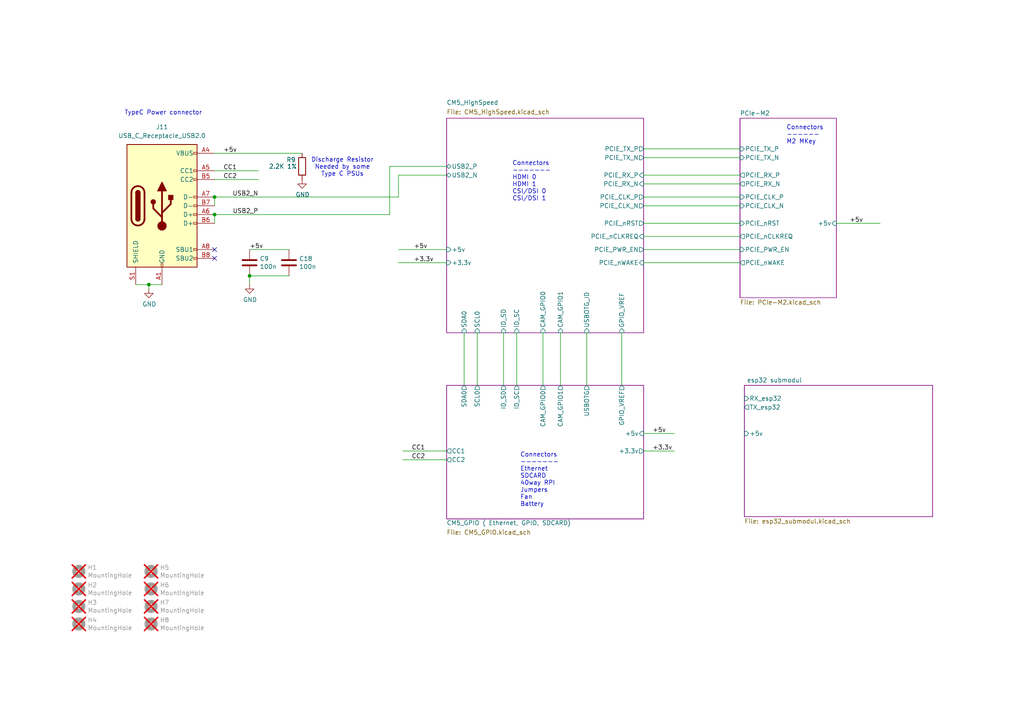
<source format=kicad_sch>
(kicad_sch (version 20250114) (generator "eeschema") (generator_version "9.0")
  (paper "A4")
  (title_block (title "Compute Module 5 IO Board - Top Level") (rev "1") (company "Copyright © 2024 Raspberry Pi Ltd.") (comment 1 "www.raspberrypi.com"))
  (lib_symbols
    (symbol "Connector:USB_C_Receptacle_USB2.0_16P" (pin_names (offset 1.016))
      (property "Reference" "J" (at 0 22.225 0))
      (property "Value" "USB_C_Receptacle_USB2.0_16P" (at 0 19.685 0))
      (symbol "USB_C_Receptacle_USB2.0_16P_0_0"
        (rectangle (start -0.254 -17.78) (end 0.254 -16.764))
        (rectangle (start 10.16 15.494) (end 9.144 14.986))
        (rectangle (start 10.16 10.414) (end 9.144 9.906))
        (rectangle (start 10.16 7.874) (end 9.144 7.366))
        (rectangle (start 10.16 2.794) (end 9.144 2.286))
        (rectangle (start 10.16 0.254) (end 9.144 -0.254))
        (rectangle (start 10.16 -2.286) (end 9.144 -2.794))
        (rectangle (start 10.16 -4.826) (end 9.144 -5.334))
        (rectangle (start 10.16 -12.446) (end 9.144 -12.954))
        (rectangle (start 10.16 -14.986) (end 9.144 -15.494))
      )
      (symbol "USB_C_Receptacle_USB2.0_16P_0_1"
        (rectangle (start -10.16 17.78) (end 10.16 -17.78) (stroke (width 0.254)) (fill (type background)))
        (polyline (pts (xy -8.89 -3.81) (xy -8.89 3.81)) (stroke (width 0.508)))
        (rectangle (start -7.62 -3.81) (end -6.35 3.81) (stroke (width 0.254)) (fill (type outline)))
        (arc (start -7.62 3.81) (mid -6.985 4.4423) (end -6.35 3.81) (stroke (width 0.254)))
        (arc (start -7.62 3.81) (mid -6.985 4.4423) (end -6.35 3.81) (stroke (width 0.254)) (fill (type outline)))
        (arc (start -8.89 3.81) (mid -6.985 5.7067) (end -5.08 3.81) (stroke (width 0.508)))
        (arc (start -5.08 -3.81) (mid -6.985 -5.7067) (end -8.89 -3.81) (stroke (width 0.508)))
        (arc (start -6.35 -3.81) (mid -6.985 -4.4423) (end -7.62 -3.81) (stroke (width 0.254)))
        (arc (start -6.35 -3.81) (mid -6.985 -4.4423) (end -7.62 -3.81) (stroke (width 0.254)) (fill (type outline)))
        (polyline (pts (xy -5.08 3.81) (xy -5.08 -3.81)) (stroke (width 0.508)))
        (circle (center -2.54 1.143) (radius 0.635) (stroke (width 0.254)) (fill (type outline)))
        (polyline (pts (xy -1.27 4.318) (xy 0 6.858) (xy 1.27 4.318) (xy -1.27 4.318)) (stroke (width 0.254)) (fill (type outline)))
        (polyline (pts (xy 0 -2.032) (xy 2.54 0.508) (xy 2.54 1.778)) (stroke (width 0.508)))
        (polyline (pts (xy 0 -3.302) (xy -2.54 -0.762) (xy -2.54 0.508)) (stroke (width 0.508)))
        (polyline (pts (xy 0 -5.842) (xy 0 4.318)) (stroke (width 0.508)))
        (circle (center 0 -5.842) (radius 1.27) (fill (type outline)))
        (rectangle (start 1.905 1.778) (end 3.175 3.048) (stroke (width 0.254)) (fill (type outline)))
      )
      (symbol "USB_C_Receptacle_USB2.0_16P_1_1"
        (pin passive line (at -7.62 -22.86 90) (length 5.08) (name "SHIELD") (number "S1"))
        (pin passive line (at 0 -22.86 90) (length 5.08) (name "GND") (number "A1"))
        (pin passive line (at 0 -22.86 90) (length 5.08) (hide yes) (name "GND") (number "A12"))
        (pin passive line (at 0 -22.86 90) (length 5.08) (hide yes) (name "GND") (number "B1"))
        (pin passive line (at 0 -22.86 90) (length 5.08) (hide yes) (name "GND") (number "B12"))
        (pin passive line (at 15.24 15.24 180) (length 5.08) (name "VBUS") (number "A4"))
        (pin passive line (at 15.24 15.24 180) (length 5.08) (hide yes) (name "VBUS") (number "A9"))
        (pin passive line (at 15.24 15.24 180) (length 5.08) (hide yes) (name "VBUS") (number "B4"))
        (pin passive line (at 15.24 15.24 180) (length 5.08) (hide yes) (name "VBUS") (number "B9"))
        (pin bidirectional line (at 15.24 10.16 180) (length 5.08) (name "CC1") (number "A5"))
        (pin bidirectional line (at 15.24 7.62 180) (length 5.08) (name "CC2") (number "B5"))
        (pin bidirectional line (at 15.24 2.54 180) (length 5.08) (name "D-") (number "A7"))
        (pin bidirectional line (at 15.24 0 180) (length 5.08) (name "D-") (number "B7"))
        (pin bidirectional line (at 15.24 -2.54 180) (length 5.08) (name "D+") (number "A6"))
        (pin bidirectional line (at 15.24 -5.08 180) (length 5.08) (name "D+") (number "B6"))
        (pin bidirectional line (at 15.24 -12.7 180) (length 5.08) (name "SBU1") (number "A8"))
        (pin bidirectional line (at 15.24 -15.24 180) (length 5.08) (name "SBU2") (number "B8"))
      )
    )
    (symbol "Device:C" (pin_numbers (hide yes)) (pin_names (offset 0.254))
      (property "Reference" "C" (at 0.635 2.54 0))
      (property "Value" "C" (at 0.635 -2.54 0))
      (symbol "C_0_1"
        (polyline (pts (xy -2.032 0.762) (xy 2.032 0.762)) (stroke (width 0.508)))
        (polyline (pts (xy -2.032 -0.762) (xy 2.032 -0.762)) (stroke (width 0.508)))
      )
      (symbol "C_1_1"
        (pin passive line (at 0 3.81 270) (length 2.794) (name "~") (number "1"))
        (pin passive line (at 0 -3.81 90) (length 2.794) (name "~") (number "2"))
      )
    )
    (symbol "Device:R" (pin_numbers (hide yes)) (pin_names (offset 0))
      (property "Reference" "R" (at 2.032 0 90))
      (property "Value" "R" (at 0 0 90))
      (symbol "R_0_1"
        (rectangle (start -1.016 -2.54) (end 1.016 2.54) (stroke (width 0.254)))
      )
      (symbol "R_1_1"
        (pin passive line (at 0 3.81 270) (length 1.27) (name "~") (number "1"))
        (pin passive line (at 0 -3.81 90) (length 1.27) (name "~") (number "2"))
      )
    )
    (symbol "Mechanical:MountingHole" (pin_names (offset 1.016))
      (property "Reference" "H" (at 0 5.08 0))
      (property "Value" "MountingHole" (at 0 3.175 0))
      (symbol "MountingHole_0_1"
        (circle (center 0 0) (radius 1.27) (stroke (width 1.27)))
      )
    )
    (symbol "power:GND" (power) (pin_numbers (hide yes)) (pin_names (offset 0) (hide yes))
      (property "Value" "GND" (at 0 -3.81 0))
      (symbol "GND_0_1"
        (polyline (pts (xy 0 0) (xy 0 -1.27) (xy 1.27 -1.27) (xy 0 -2.54) (xy -1.27 -1.27) (xy 0 -1.27)))
      )
      (symbol "GND_1_1"
        (pin power_in line (at 0 0 270) (length 0) (name "~") (number "1"))
      )
    )
  )
  (text "Connectors\n-------\nEthernet\nSDCARD\n40way RPI\nJumpers\nFan\nBattery" (at 150.876 147.066 0) (effects (font (size 1.27 1.27)) (justify left bottom)))
  (text "Connectors\n------\nM2 MKey" (at 228.092 41.91 0) (effects (font (size 1.27 1.27)) (justify left bottom)))
  (text "Discharge Resistor\nNeeded by some\nType C PSUs" (at 99.314 48.514 0) (effects (font (size 1.27 1.27))))
  (text "TypeC Power connector" (at 36.068 33.528 0) (effects (font (size 1.27 1.27)) (justify left bottom)))
  (text "Connectors\n-------\nHDMI 0\nHDMI 1\nCSI/DSI 0\nCSI/DSI 1" (at 148.59 58.42 0) (effects (font (size 1.27 1.27)) (justify left bottom)))
  (junction (at 43.18 82.55))
  (junction (at 72.39 80.01))
  (junction (at 62.23 62.23))
  (junction (at 62.23 57.15))
  (no_connect (at 62.23 74.93))
  (no_connect (at 62.23 72.39))
  (wire (pts (xy 115.57 76.2) (xy 129.54 76.2)))
  (wire (pts (xy 186.69 130.81) (xy 195.58 130.81)))
  (wire (pts (xy 180.34 96.52) (xy 180.34 111.76)))
  (wire (pts (xy 113.03 48.26) (xy 129.54 48.26)))
  (wire (pts (xy 186.69 53.34) (xy 214.63 53.34)))
  (wire (pts (xy 62.23 52.07) (xy 74.93 52.07)))
  (wire (pts (xy 186.69 68.58) (xy 214.63 68.58)))
  (wire (pts (xy 115.57 57.15) (xy 115.57 50.8)))
  (wire (pts (xy 43.18 83.82) (xy 43.18 82.55)))
  (wire (pts (xy 134.62 96.52) (xy 134.62 111.76)))
  (wire (pts (xy 186.69 43.18) (xy 214.63 43.18)))
  (wire (pts (xy 72.39 80.01) (xy 83.82 80.01)))
  (wire (pts (xy 62.23 62.23) (xy 113.03 62.23)))
  (wire (pts (xy 149.86 96.52) (xy 149.86 111.76)))
  (wire (pts (xy 138.43 96.52) (xy 138.43 111.76)))
  (wire (pts (xy 116.84 133.35) (xy 129.54 133.35)))
  (wire (pts (xy 186.69 57.15) (xy 214.63 57.15)))
  (wire (pts (xy 157.48 96.52) (xy 157.48 111.76)))
  (wire (pts (xy 113.03 48.26) (xy 113.03 62.23)))
  (wire (pts (xy 162.56 96.52) (xy 162.56 111.76)))
  (wire (pts (xy 186.69 50.8) (xy 214.63 50.8)))
  (wire (pts (xy 72.39 80.01) (xy 72.39 82.55)))
  (wire (pts (xy 170.18 96.52) (xy 170.18 111.76)))
  (wire (pts (xy 186.69 64.77) (xy 214.63 64.77)))
  (wire (pts (xy 62.23 44.45) (xy 87.63 44.45)))
  (wire (pts (xy 62.23 62.23) (xy 62.23 64.77)))
  (wire (pts (xy 72.39 72.39) (xy 83.82 72.39)))
  (wire (pts (xy 242.57 64.77) (xy 255.27 64.77)))
  (wire (pts (xy 186.69 72.39) (xy 214.63 72.39)))
  (wire (pts (xy 43.18 82.55) (xy 46.99 82.55)))
  (wire (pts (xy 186.69 59.69) (xy 214.63 59.69)))
  (wire (pts (xy 39.37 82.55) (xy 43.18 82.55)))
  (wire (pts (xy 62.23 49.53) (xy 74.93 49.53)))
  (wire (pts (xy 146.05 96.52) (xy 146.05 111.76)))
  (wire (pts (xy 186.69 125.73) (xy 195.58 125.73)))
  (wire (pts (xy 62.23 57.15) (xy 62.23 59.69)))
  (wire (pts (xy 116.84 130.81) (xy 129.54 130.81)))
  (wire (pts (xy 115.57 72.39) (xy 129.54 72.39)))
  (wire (pts (xy 115.57 50.8) (xy 129.54 50.8)))
  (wire (pts (xy 186.69 45.72) (xy 214.63 45.72)))
  (wire (pts (xy 62.23 57.15) (xy 115.57 57.15)))
  (wire (pts (xy 186.69 76.2) (xy 214.63 76.2)))
  (label "+5v" (at 72.39 72.39 0))
  (label "CC1" (at 119.38 130.81 0))
  (label "CC2" (at 119.38 133.35 0))
  (label "+5v" (at 246.38 64.77 0))
  (label "+5v" (at 189.23 125.73 0))
  (label "+5v" (at 120.015 72.39 0))
  (label "USB2_P" (at 74.93 62.23 180))
  (label "CC1" (at 64.77 49.53 0))
  (label "USB2_N" (at 74.93 57.15 180))
  (label "+3.3v" (at 189.23 130.81 0))
  (label "+3.3v" (at 120.015 76.2 0))
  (label "CC2" (at 64.77 52.07 0))
  (label "+5v" (at 64.77 44.45 0))
  (symbol (lib_id "Mechanical:MountingHole") (at 22.86 180.975 0) (unit 1) (exclude_from_sim yes) (in_bom no) (dnp yes)
    (property "Reference" "H4" (at 25.4 179.832 0) (effects (justify left)))
    (property "Value" "MountingHole" (at 25.4 182.118 0) (effects (justify left)))
    (property "Footprint" "CM5IO:MountingHole_2.7mm_M2.5_DIN965" (effects (hide yes)))
    (property "Field4" "nf" (effects (hide yes)))
    (property "Field5" "nf" (effects (hide yes)))
    (property "Field6" "nf" (effects (hide yes)))
    (property "Field7" "nf" (effects (hide yes)))
    (property "Part Description" "M2.5 mounting hole" (effects (hide yes)))
  )
  (symbol (lib_id "Mechanical:MountingHole") (at 22.86 175.895 0) (unit 1) (exclude_from_sim yes) (in_bom no) (dnp yes)
    (property "Reference" "H3" (at 25.4 174.752 0) (effects (justify left)))
    (property "Value" "MountingHole" (at 25.4 177.038 0) (effects (justify left)))
    (property "Footprint" "CM5IO:MountingHole_2.7mm_M2.5_DIN965" (effects (hide yes)))
    (property "Field4" "nf" (effects (hide yes)))
    (property "Field5" "nf" (effects (hide yes)))
    (property "Field6" "nf" (effects (hide yes)))
    (property "Field7" "nf" (effects (hide yes)))
    (property "Part Description" "M2.5 mounting hole" (effects (hide yes)))
  )
  (symbol (lib_id "Mechanical:MountingHole") (at 22.86 170.815 0) (unit 1) (exclude_from_sim yes) (in_bom no) (dnp yes)
    (property "Reference" "H2" (at 25.4 169.672 0) (effects (justify left)))
    (property "Value" "MountingHole" (at 25.4 171.958 0) (effects (justify left)))
    (property "Footprint" "CM5IO:MountingHole_2.7mm_M2.5_DIN965" (effects (hide yes)))
    (property "Field4" "nf" (effects (hide yes)))
    (property "Field5" "nf" (effects (hide yes)))
    (property "Field6" "nf" (effects (hide yes)))
    (property "Field7" "nf" (effects (hide yes)))
    (property "Part Description" "M2.5 mounting hole" (effects (hide yes)))
  )
  (symbol (lib_id "Mechanical:MountingHole") (at 22.86 165.735 0) (unit 1) (exclude_from_sim yes) (in_bom no) (dnp yes)
    (property "Reference" "H1" (at 25.4 164.592 0) (effects (justify left)))
    (property "Value" "MountingHole" (at 25.4 166.878 0) (effects (justify left)))
    (property "Footprint" "CM5IO:MountingHole_2.7mm_M2.5_DIN965" (effects (hide yes)))
    (property "Field4" "nf" (effects (hide yes)))
    (property "Field5" "nf" (effects (hide yes)))
    (property "Field6" "nf" (effects (hide yes)))
    (property "Field7" "nf" (effects (hide yes)))
    (property "Part Description" "M2.5 mounting hole" (effects (hide yes)))
  )
  (symbol (lib_id "Mechanical:MountingHole") (at 43.815 165.735 0) (unit 1) (exclude_from_sim yes) (in_bom no) (dnp yes)
    (property "Reference" "H5" (at 46.355 164.592 0) (effects (justify left)))
    (property "Value" "MountingHole" (at 46.355 166.878 0) (effects (justify left)))
    (property "Footprint" "CM5IO:MountingHole_2.7mm_M2.5_DIN965" (effects (hide yes)))
    (property "Field4" "nf" (effects (hide yes)))
    (property "Field5" "nf" (effects (hide yes)))
    (property "Field6" "nf" (effects (hide yes)))
    (property "Field7" "nf" (effects (hide yes)))
    (property "Part Description" "M2.5 mounting hole" (effects (hide yes)))
  )
  (symbol (lib_id "Mechanical:MountingHole") (at 43.815 180.975 0) (unit 1) (exclude_from_sim yes) (in_bom no) (dnp yes)
    (property "Reference" "H8" (at 46.355 179.832 0) (effects (justify left)))
    (property "Value" "MountingHole" (at 46.355 182.118 0) (effects (justify left)))
    (property "Footprint" "CM5IO:MountingHole_2.7mm_M2.5_DIN965" (effects (hide yes)))
    (property "Field4" "nf" (effects (hide yes)))
    (property "Field5" "nf" (effects (hide yes)))
    (property "Field6" "nf" (effects (hide yes)))
    (property "Field7" "nf" (effects (hide yes)))
    (property "Part Description" "M2.5 mounting hole" (effects (hide yes)))
  )
  (symbol (lib_id "Mechanical:MountingHole") (at 43.815 175.895 0) (unit 1) (exclude_from_sim yes) (in_bom no) (dnp yes)
    (property "Reference" "H7" (at 46.355 174.752 0) (effects (justify left)))
    (property "Value" "MountingHole" (at 46.355 177.038 0) (effects (justify left)))
    (property "Footprint" "CM5IO:MountingHole_2.7mm_M2.5_DIN965" (effects (hide yes)))
    (property "Field4" "nf" (effects (hide yes)))
    (property "Field5" "nf" (effects (hide yes)))
    (property "Field6" "nf" (effects (hide yes)))
    (property "Field7" "nf" (effects (hide yes)))
    (property "Part Description" "M2.5 mounting hole" (effects (hide yes)))
  )
  (symbol (lib_id "Mechanical:MountingHole") (at 43.815 170.815 0) (unit 1) (exclude_from_sim yes) (in_bom no) (dnp yes)
    (property "Reference" "H6" (at 46.355 169.672 0) (effects (justify left)))
    (property "Value" "MountingHole" (at 46.355 171.958 0) (effects (justify left)))
    (property "Footprint" "CM5IO:MountingHole_2.7mm_M2.5_DIN965" (effects (hide yes)))
    (property "Field4" "nf" (effects (hide yes)))
    (property "Field5" "nf" (effects (hide yes)))
    (property "Field6" "nf" (effects (hide yes)))
    (property "Field7" "nf" (effects (hide yes)))
    (property "Part Description" "M2.5 mounting hole" (effects (hide yes)))
  )
  (symbol (lib_id "power:GND") (at 87.63 52.07 0) (unit 1)
    (property "Reference" "#PWR031" (effects (hide yes)))
    (property "Value" "GND" (at 87.757 56.4642 0))
    (property "Description" "Power symbol creates a global label with name \"GND\" , ground" (effects (hide yes)))
  )
  (symbol (lib_id "Device:C") (at 83.82 76.2 0) (unit 1)
    (property "Reference" "C18" (at 86.741 75.0316 0) (effects (justify left)))
    (property "Value" "100n" (at 86.741 77.343 0) (effects (justify left)))
    (property "Footprint" "Capacitor_SMD:C_0402_1005Metric" (effects (hide yes)))
    (property "Datasheet" "https://search.murata.co.jp/Ceramy/image/img/A01X/G101/ENG/GRM155R71C104KA88-01.pdf" (effects (hide yes)))
    (property "Field4" "Farnell" (effects (hide yes)))
    (property "Field5" "2611911" (effects (hide yes)))
    (property "Field6" "RM EMK105 B7104KV-F" (effects (hide yes)))
    (property "Field7" "TAIYO YUDEN EUROPE GMBH" (effects (hide yes)))
    (property "Field8" "110091611" (effects (hide yes)))
    (property "Part Description" "	0.1uF 10% 16V Ceramic Capacitor X7R 0402 (1005 Metric)" (effects (hide yes)))
  )
  (symbol (lib_id "Connector:USB_C_Receptacle_USB2.0_16P") (at 46.99 59.69 0) (unit 1)
    (property "Reference" "J11" (at 46.99 36.83 0))
    (property "Value" "USB_C_Receptacle_USB2.0" (at 46.99 39.37 0))
    (property "Footprint" "Connector_USB:USB_C_Receptacle_GCT_USB4105-xx-A_16P_TopMnt_Horizontal" (effects (hide yes)))
    (property "Datasheet" "https://www.usb.org/sites/default/files/documents/usb_type-c.zip" (effects (hide yes)))
    (property "Field5" "USBF31-0171" (effects (hide yes)))
    (property "Field6" "USBF31-0171" (effects (hide yes)))
    (property "Field7" "MTCONN" (effects (hide yes)))
    (property "Part Description" "USBC USB2 data and power connector" (effects (hide yes)))
  )
  (symbol (lib_id "Device:R") (at 87.63 48.26 0) (unit 1)
    (property "Reference" "R9" (at 83.058 46.355 0) (effects (justify left)))
    (property "Value" "2.2K 1%" (at 77.978 48.26 0) (effects (justify left)))
    (property "Footprint" "Resistor_SMD:R_0402_1005Metric" (effects (hide yes)))
    (property "Datasheet" "https://fscdn.rohm.com/en/products/databook/datasheet/passive/resistor/chip_resistor/mcr-e.pdf" (effects (hide yes)))
    (property "Field4" "Farnell" (effects (hide yes)))
    (property "Part Description" "Resistor 2.2K M1005 1% 63mW" (effects (hide yes)))
  )
  (symbol (lib_id "Device:C") (at 72.39 76.2 0) (unit 1)
    (property "Reference" "C9" (at 75.311 75.0316 0) (effects (justify left)))
    (property "Value" "100n" (at 75.311 77.343 0) (effects (justify left)))
    (property "Footprint" "Capacitor_SMD:C_0402_1005Metric" (effects (hide yes)))
    (property "Datasheet" "https://search.murata.co.jp/Ceramy/image/img/A01X/G101/ENG/GRM155R71C104KA88-01.pdf" (effects (hide yes)))
    (property "Field4" "Farnell" (effects (hide yes)))
    (property "Field5" "2611911" (effects (hide yes)))
    (property "Field6" "RM EMK105 B7104KV-F" (effects (hide yes)))
    (property "Field7" "TAIYO YUDEN EUROPE GMBH" (effects (hide yes)))
    (property "Field8" "110091611" (effects (hide yes)))
    (property "Part Description" "	0.1uF 10% 16V Ceramic Capacitor X7R 0402 (1005 Metric)" (effects (hide yes)))
  )
  (symbol (lib_id "power:GND") (at 43.18 83.82 0) (unit 1)
    (property "Reference" "#PWR02" (effects (hide yes)))
    (property "Value" "GND" (at 43.307 88.2142 0))
    (property "Description" "Power symbol creates a global label with name \"GND\" , ground" (effects (hide yes)))
  )
  (symbol (lib_id "power:GND") (at 72.39 82.55 0) (unit 1)
    (property "Reference" "#PWR013" (effects (hide yes)))
    (property "Value" "GND" (at 72.517 86.9442 0))
    (property "Description" "Power symbol creates a global label with name \"GND\" , ground" (effects (hide yes)))
  )
  (sheet (at 129.54 111.76) (size 57.15 38.735) (stroke (width 0.1524) (color 132 0 132 1)) (fill (color 255 255 255 0.0000))
    (property "Sheetname" "CM5_GPIO ( Ethernet, GPIO, SDCARD)" (at 129.54 152.4 0) (effects (justify left bottom)))
    (property "Sheetfile" "CM5_GPIO.kicad_sch" (at 129.54 153.67 0) (effects (justify left top)))
    (pin "ID_SC" output (at 149.86 111.76 90))
    (pin "ID_SD" output (at 146.05 111.76 90))
    (pin "SCL0" output (at 138.43 111.76 90))
    (pin "SDA0" output (at 134.62 111.76 90))
    (pin "+5v" input (at 186.69 125.73 0))
    (pin "+3.3v" output (at 186.69 130.81 0))
    (pin "GPIO_VREF" output (at 180.34 111.76 90))
    (pin "CAM_GPIO0" output (at 157.48 111.76 90))
    (pin "CAM_GPIO1" output (at 162.56 111.76 90))
    (pin "CC1" output (at 129.54 130.81 180))
    (pin "USBOTG" output (at 170.18 111.76 90))
    (pin "CC2" output (at 129.54 133.35 180))
  )
  (sheet (at 129.54 34.29) (size 57.15 62.23) (stroke (width 0.1524) (color 132 0 132 1)) (fill (color 255 255 255 0.0000))
    (property "Sheetname" "CM5_HighSpeed" (at 129.54 30.48 0) (effects (justify left bottom)))
    (property "Sheetfile" "CM5_HighSpeed.kicad_sch" (at 129.54 31.75 0) (effects (justify left top)))
    (pin "USB2_N" bidirectional (at 129.54 50.8 180))
    (pin "USB2_P" bidirectional (at 129.54 48.26 180))
    (pin "ID_SC" input (at 149.86 96.52 270))
    (pin "ID_SD" input (at 146.05 96.52 270))
    (pin "SCL0" input (at 138.43 96.52 270))
    (pin "SDA0" input (at 134.62 96.52 270))
    (pin "+5v" input (at 129.54 72.39 180))
    (pin "PCIE_CLK_P" output (at 186.69 57.15 0))
    (pin "PCIE_CLK_N" output (at 186.69 59.69 0))
    (pin "PCIE_TX_P" output (at 186.69 43.18 0))
    (pin "PCIE_TX_N" output (at 186.69 45.72 0))
    (pin "PCIE_nRST" output (at 186.69 64.77 0))
    (pin "PCIE_RX_P" input (at 186.69 50.8 0))
    (pin "PCIE_RX_N" input (at 186.69 53.34 0))
    (pin "PCIE_nCLKREQ" input (at 186.69 68.58 0))
    (pin "+3.3v" input (at 129.54 76.2 180))
    (pin "USBOTG_ID" input (at 170.18 96.52 270))
    (pin "GPIO_VREF" input (at 180.34 96.52 270))
    (pin "PCIE_PWR_EN" output (at 186.69 72.39 0))
    (pin "PCIE_nWAKE" input (at 186.69 76.2 0))
    (pin "CAM_GPIO0" input (at 157.48 96.52 270))
    (pin "CAM_GPIO1" input (at 162.56 96.52 270))
  )
  (sheet (at 214.63 34.29) (size 27.94 52.07) (stroke (width 0.152) (color 132 0 132 1)) (fill (color 255 255 255 0.0000))
    (property "Sheetname" "PCIe-M2" (at 214.63 33.5786 0) (effects (justify left bottom)))
    (property "Sheetfile" "PCIe-M2.kicad_sch" (at 214.63 86.9444 0) (effects (justify left top)))
    (pin "PCIE_CLK_P" input (at 214.63 57.15 180))
    (pin "PCIE_CLK_N" input (at 214.63 59.69 180))
    (pin "PCIE_TX_P" input (at 214.63 43.18 180))
    (pin "PCIE_TX_N" input (at 214.63 45.72 180))
    (pin "PCIE_nCLKREQ" output (at 214.63 68.58 180))
    (pin "PCIE_nRST" input (at 214.63 64.77 180))
    (pin "PCIE_RX_P" output (at 214.63 50.8 180))
    (pin "PCIE_RX_N" output (at 214.63 53.34 180))
    (pin "+5v" input (at 242.57 64.77 0))
    (pin "PCIE_PWR_EN" input (at 214.63 72.39 180))
    (pin "PCIE_nWAKE" output (at 214.63 76.2 180))
  )
  (sheet (at 215.9 111.76) (size 54.61 38.1) (stroke (width 0.1524) (color 132 0 132 1))
    (property "Sheetname" "esp32 submodul" (at 216.662 110.998 0) (effects (justify left bottom)))
    (property "Sheetfile" "esp32_submodul.kicad_sch" (at 215.9 150.4446 0) (effects (justify left top)))
    (pin "RX_esp32" input (at 215.9 115.57 180))
    (pin "TX_esp32" output (at 215.9 118.11 180))
    (pin "+5v" input (at 215.9 125.73 180))
  )
)
</source>
